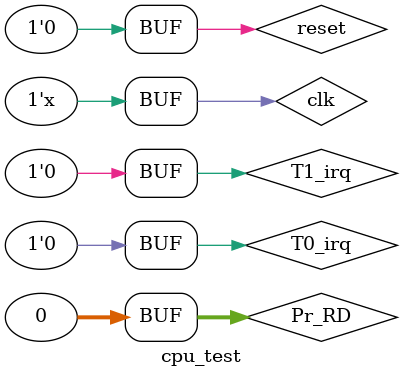
<source format=v>
`timescale 1ns / 1ps


module cpu_test;

	// Inputs
	reg clk;
	reg reset;
	reg [31:0] Pr_RD;
	reg T0_irq;
	reg T1_irq;

	// Outputs
	wire [31:2] PrAddr;
	wire [31:0] Pr_WD;
	wire PrWe;

	// Instantiate the Unit Under Test (UUT)
	cpu uut (
		.clk(clk), 
		.reset(reset), 
		.Pr_RD(Pr_RD), 
		.T0_irq(T0_irq), 
		.T1_irq(T1_irq), 
		.PrAddr(PrAddr), 
		.Pr_WD(Pr_WD), 
		.PrWe(PrWe)
	);

	initial begin
		// Initialize Inputs
		clk = 0;
		reset = 0;
		Pr_RD = 0;
		T0_irq = 0;
		T1_irq = 0;

		// Wait 100 ns for global reset to finish
		#100;
        
		// Add stimulus here

	end
	always
	#5 clk=~clk;
      
endmodule


</source>
